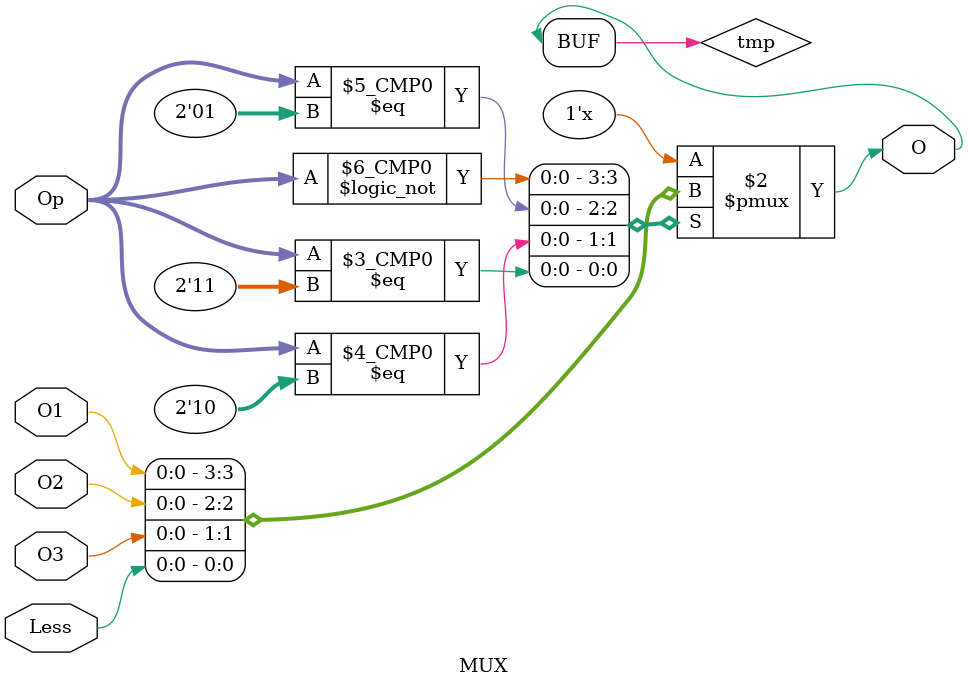
<source format=v>
`timescale 1ns / 1ps
module MUX(O1,O2,O3,Less,Op,O);
	input O1,O2,O3,Less;
	input [1:0] Op;
	output O;
	
	reg tmp;
	
	
	always @(*)
   begin
		case(Op)
			2'b00:
				tmp = O1;
			2'b01:
				tmp = O2;
			2'b10:
				tmp = O3;
			2'b11:
				tmp = Less;
		endcase
	end
	
	assign O = tmp;

endmodule
</source>
